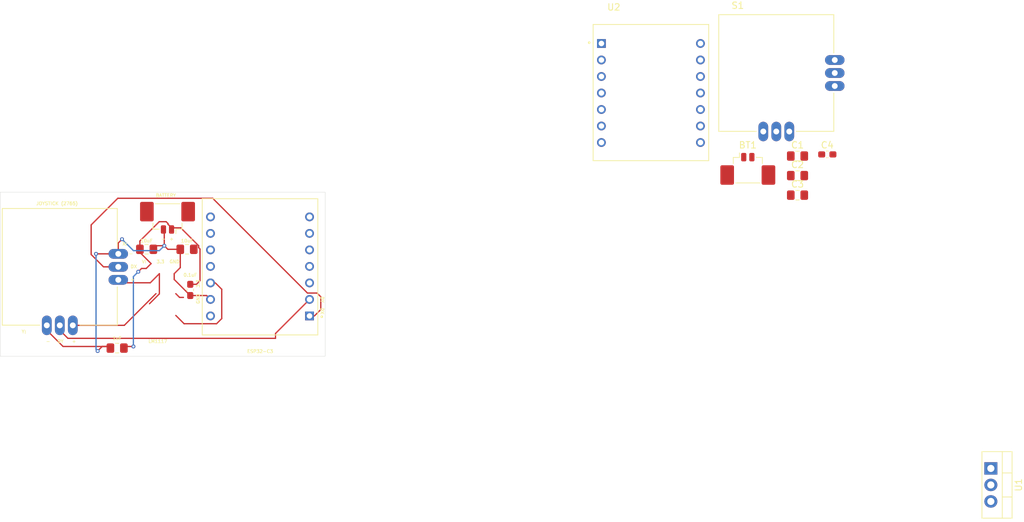
<source format=kicad_pcb>
(kicad_pcb (version 20240108) (generator "pcbnew") (generator_version "8.0")
  (layers (0 "F.Cu" signal) (31 "B.Cu" signal) (34 "B.Paste" user) (35 "F.Paste" user) (36 "B.SilkS" user "B.Silkscreen") (37 "F.SilkS" user "F.Silkscreen") (38 "B.Mask" user) (39 "F.Mask" user) (44 "Edge.Cuts" user))
  (net 0 "")
  (net 1 "/PWR")
  (net 2 "GND")
  (net 3 "/3.3V")
  (net 14 "/Y")
  (net 15 "/X")
  (footprint "Capacitor_SMD:C_0805_2012Metric_Pad1.18x1.45mm_HandSolder" (layer "F.Cu") (at 55.5 76.5 180)
    (property "Reference" "1uF" (at 0 1.5 180) (layer "F.SilkS") (effects (font (size 0.5 0.5) (thickness 0.1) (bold yes))))
    (property "Value" "1uF")
    (fp_line (start -0.261252 0.735) (end 0.261252 0.735) (stroke (width 0.12)) (layer "F.SilkS"))
    (fp_line (start -0.261252 -0.735) (end 0.261252 -0.735) (stroke (width 0.12)) (layer "F.SilkS"))
    (pad "1" smd roundrect (at -1.0375 0 180) (size 1.175 1.45) (layers "F.Cu" "F.Paste" "F.Mask") (roundrect_rratio 0.212766) (net 1 "/PWR"))
    (pad "2" smd roundrect (at 1.0375 0 180) (size 1.175 1.45) (layers "F.Cu" "F.Paste" "F.Mask") (roundrect_rratio 0.212766) (net 2 "GND"))
  )
  (footprint "2765:SW_2765" (layer "F.Cu") (at 156.915 34.174)
    (property "Reference" "S1" (at -5.925 -10.385 0) (layer "F.SilkS"))
    (property "Value" "2765")
    (fp_line (start -8.85 -8.975) (end 8.85 -8.975) (stroke (width 0.127)) (layer "F.SilkS"))
    (fp_line (start -8.85 8.975) (end -8.85 -8.975) (stroke (width 0.127)) (layer "F.SilkS"))
    (fp_line (start -3.07 8.975) (end -8.85 8.975) (stroke (width 0.127)) (layer "F.SilkS"))
    (fp_line (start 8.85 -8.975) (end 8.85 -3.07) (stroke (width 0.127)) (layer "F.SilkS"))
    (fp_line (start 8.85 8.975) (end 3.07 8.975) (stroke (width 0.127)) (layer "F.SilkS"))
    (fp_line (start 8.85 8.975) (end 8.85 3.07) (stroke (width 0.127)) (layer "F.SilkS"))
    (pad "" np_thru_hole circle (at -6 6) (size 1.6 1.6) (drill 1.6) (layers "*.Cu" "*.Mask"))
    (pad "" np_thru_hole circle (at 6 -6) (size 1.6 1.6) (drill 1.6) (layers "*.Cu" "*.Mask"))
    (pad "X" thru_hole oval (at 9 0) (size 3 1.5) (drill 0.9) (layers "*.Cu" "*.Mask") (net 15 "/X"))
    (pad "X+" thru_hole oval (at 9 2) (size 3 1.5) (drill 0.9) (layers "*.Cu" "*.Mask") (net 3 "/3.3V"))
    (pad "X-" thru_hole oval (at 9 -2) (size 3 1.5) (drill 0.9) (layers "*.Cu" "*.Mask") (net 2 "GND"))
    (pad "Y" thru_hole oval (at 0 9) (size 1.5 3) (drill 0.9) (layers "*.Cu" "*.Mask") (net 14 "/Y"))
    (pad "Y+" thru_hole oval (at 2 9) (size 1.5 3) (drill 0.9) (layers "*.Cu" "*.Mask") (net 3 "/3.3V"))
    (pad "Y-" thru_hole oval (at -2 9) (size 1.5 3) (drill 0.9) (layers "*.Cu" "*.Mask") (net 2 "GND"))
  )
  (footprint "Connector_Molex:Molex_PicoBlade_53398-0271_1x02-1MP_P1.25mm_Vertical" (layer "F.Cu") (at 152.535 48.369)
    (property "Reference" "BT1" (at 0 -3.1 0) (layer "F.SilkS"))
    (property "Value" "BATTERY")
    (fp_line (start -2.235 -1.21) (end -1.285 -1.21) (stroke (width 0.12)) (layer "F.SilkS"))
    (fp_line (start -2.235 -0.26) (end -2.235 -1.21) (stroke (width 0.12)) (layer "F.SilkS"))
    (fp_line (start -1.865 2.71) (end 1.865 2.71) (stroke (width 0.12)) (layer "F.SilkS"))
    (fp_line (start -1.285 -1.21) (end -1.285 -1.9) (stroke (width 0.12)) (layer "F.SilkS"))
    (fp_line (start 2.235 -1.21) (end 1.285 -1.21) (stroke (width 0.12)) (layer "F.SilkS"))
    (fp_line (start 2.235 -0.26) (end 2.235 -1.21) (stroke (width 0.12)) (layer "F.SilkS"))
    (pad "1" smd roundrect (at -0.625 -1.25) (size 0.8 1.3) (layers "F.Cu" "F.Paste" "F.Mask") (net 1 "/PWR"))
    (pad "2" smd roundrect (at 0.625 -1.25) (size 0.8 1.3) (layers "F.Cu" "F.Paste" "F.Mask") (net 2 "GND"))
    (pad "MP" smd roundrect (at -3.175 1.5) (size 2.1 3) (layers "F.Cu" "F.Paste" "F.Mask") (roundrect_rratio 0.119048))
    (pad "MP" smd roundrect (at 3.175 1.5) (size 2.1 3) (layers "F.Cu" "F.Paste" "F.Mask") (roundrect_rratio 0.119048))
  )
  (footprint "Package_TO_SOT_THT:TO-220-3_Vertical" (layer "F.Cu") (at 189.93 95.014 -90)
    (property "Reference" "U1" (at 2.54 -4.27 -90) (layer "F.SilkS"))
    (property "Value" "LM1117DT-3.3")
    (fp_line (start -2.58 1.371) (end 7.66 1.371) (stroke (width 0.12)) (layer "F.SilkS"))
    (fp_line (start -2.58 -1.76) (end 7.66 -1.76) (stroke (width 0.12)) (layer "F.SilkS"))
    (fp_line (start -2.58 -3.27) (end -2.58 1.371) (stroke (width 0.12)) (layer "F.SilkS"))
    (fp_line (start -2.58 -3.27) (end 7.66 -3.27) (stroke (width 0.12)) (layer "F.SilkS"))
    (fp_line (start 0.69 -3.27) (end 0.69 -1.76) (stroke (width 0.12)) (layer "F.SilkS"))
    (fp_line (start 4.391 -3.27) (end 4.391 -1.76) (stroke (width 0.12)) (layer "F.SilkS"))
    (fp_line (start 7.66 -3.27) (end 7.66 1.371) (stroke (width 0.12)) (layer "F.SilkS"))
    (pad "1" thru_hole rect (at 0 0 270) (size 1.905 2) (drill 1.1) (layers "*.Cu" "*.Mask") (net 2 "GND"))
    (pad "2" thru_hole oval (at 2.54 0 270) (size 1.905 2) (drill 1.1) (layers "*.Cu" "*.Mask") (net 3 "/3.3V"))
    (pad "3" thru_hole oval (at 5.08 0 270) (size 1.905 2) (drill 1.1) (layers "*.Cu" "*.Mask") (net 1 "/PWR"))
  )
  (footprint "Connector_Molex:Molex_PicoBlade_53398-0271_1x02-1MP_P1.25mm_Vertical" (layer "F.Cu") (at 63.25 57 180)
    (property "Reference" "BATTERY" (at 0.25 4 180) (layer "F.SilkS") (effects (font (size 0.5 0.5) (thickness 0.1) (bold yes))))
    (property "Value" "BATTERY")
    (fp_line (start 2.235 -0.26) (end 2.235 -1.21) (stroke (width 0.12)) (layer "F.SilkS"))
    (fp_line (start 2.235 -1.21) (end 1.285 -1.21) (stroke (width 0.12)) (layer "F.SilkS"))
    (fp_line (start -1.285 -1.21) (end -1.285 -1.9) (stroke (width 0.12)) (layer "F.SilkS"))
    (fp_line (start -1.865 2.71) (end 1.865 2.71) (stroke (width 0.12)) (layer "F.SilkS"))
    (fp_line (start -2.235 -0.26) (end -2.235 -1.21) (stroke (width 0.12)) (layer "F.SilkS"))
    (fp_line (start -2.235 -1.21) (end -1.285 -1.21) (stroke (width 0.12)) (layer "F.SilkS"))
    (pad "1" smd roundrect (at -0.625 -1.25 180) (size 0.8 1.3) (layers "F.Cu" "F.Paste" "F.Mask") (net 1 "/PWR"))
    (pad "2" smd roundrect (at 0.625 -1.25 180) (size 0.8 1.3) (layers "F.Cu" "F.Paste" "F.Mask") (net 2 "GND"))
    (pad "MP" smd roundrect (at -3.175 1.5 180) (size 2.1 3) (layers "F.Cu" "F.Paste" "F.Mask") (roundrect_rratio 0.119048))
    (pad "MP" smd roundrect (at 3.175 1.5 180) (size 2.1 3) (layers "F.Cu" "F.Paste" "F.Mask") (roundrect_rratio 0.119048))
  )
  (footprint "Capacitor_SMD:C_0805_2012Metric_Pad1.18x1.45mm_HandSolder" (layer "F.Cu") (at 160.185 49.959)
    (property "Reference" "C2" (at 0 -1.68 0) (layer "F.SilkS"))
    (property "Value" "10uF")
    (fp_line (start -0.261252 -0.735) (end 0.261252 -0.735) (stroke (width 0.12)) (layer "F.SilkS"))
    (fp_line (start -0.261252 0.735) (end 0.261252 0.735) (stroke (width 0.12)) (layer "F.SilkS"))
    (pad "1" smd roundrect (at -1.0375 0) (size 1.175 1.45) (layers "F.Cu" "F.Paste" "F.Mask") (roundrect_rratio 0.212766) (net 1 "/PWR"))
    (pad "2" smd roundrect (at 1.0375 0) (size 1.175 1.45) (layers "F.Cu" "F.Paste" "F.Mask") (roundrect_rratio 0.212766) (net 2 "GND"))
  )
  (footprint "Capacitor_SMD:C_0805_2012Metric_Pad1.18x1.45mm_HandSolder" (layer "F.Cu") (at 160.185 46.949)
    (property "Reference" "C1" (at 0 -1.68 0) (layer "F.SilkS"))
    (property "Value" "10uF")
    (fp_line (start -0.261252 -0.735) (end 0.261252 -0.735) (stroke (width 0.12)) (layer "F.SilkS"))
    (fp_line (start -0.261252 0.735) (end 0.261252 0.735) (stroke (width 0.12)) (layer "F.SilkS"))
    (pad "1" smd roundrect (at -1.0375 0) (size 1.175 1.45) (layers "F.Cu" "F.Paste" "F.Mask") (roundrect_rratio 0.212766) (net 1 "/PWR"))
    (pad "2" smd roundrect (at 1.0375 0) (size 1.175 1.45) (layers "F.Cu" "F.Paste" "F.Mask") (roundrect_rratio 0.212766) (net 2 "GND"))
  )
  (footprint "Capacitor_SMD:C_0805_2012Metric_Pad1.18x1.45mm_HandSolder" (layer "F.Cu") (at 60.0375 61.3)
    (property "Reference" "10uF" (at 0 -1.3 0) (layer "F.SilkS") (effects (font (size 0.5 0.5) (thickness 0.1) (bold yes))))
    (property "Value" "10uF")
    (fp_line (start -0.261252 -0.735) (end 0.261252 -0.735) (stroke (width 0.12)) (layer "F.SilkS"))
    (fp_line (start -0.261252 0.735) (end 0.261252 0.735) (stroke (width 0.12)) (layer "F.SilkS"))
    (pad "1" smd roundrect (at -1.0375 0) (size 1.175 1.45) (layers "F.Cu" "F.Paste" "F.Mask") (roundrect_rratio 0.212766) (net 1 "/PWR"))
    (pad "2" smd roundrect (at 1.0375 0) (size 1.175 1.45) (layers "F.Cu" "F.Paste" "F.Mask") (roundrect_rratio 0.212766) (net 2 "GND"))
  )
  (footprint "Capacitor_SMD:C_0603_1608Metric_Pad1.08x0.95mm_HandSolder" (layer "F.Cu") (at 66.75 67.55 -90)
    (property "Reference" "0.1uF" (at -2.3 0 180) (layer "F.SilkS") (effects (font (size 0.5 0.5) (thickness 0.1) (bold yes))))
    (property "Value" "0.1uF")
    (fp_line (start -0.146267 0.51) (end 0.146267 0.51) (stroke (width 0.12)) (layer "F.SilkS"))
    (fp_line (start -0.146267 -0.51) (end 0.146267 -0.51) (stroke (width 0.12)) (layer "F.SilkS"))
    (pad "1" smd roundrect (at -0.8625 0 270) (size 1.075 0.95) (layers "F.Cu" "F.Paste" "F.Mask") (net 1 "/PWR"))
    (pad "2" smd roundrect (at 0.8625 0 270) (size 1.075 0.95) (layers "F.Cu" "F.Paste" "F.Mask") (net 2 "GND"))
  )
  (footprint "Capacitor_SMD:C_0603_1608Metric_Pad1.08x0.95mm_HandSolder" (layer "F.Cu") (at 164.765 46.699)
    (property "Reference" "C4" (at 0 -1.43 0) (layer "F.SilkS"))
    (property "Value" "0.1uF")
    (fp_line (start -0.146267 -0.51) (end 0.146267 -0.51) (stroke (width 0.12)) (layer "F.SilkS"))
    (fp_line (start -0.146267 0.51) (end 0.146267 0.51) (stroke (width 0.12)) (layer "F.SilkS"))
    (pad "1" smd roundrect (at -0.8625 0) (size 1.075 0.95) (layers "F.Cu" "F.Paste" "F.Mask") (net 1 "/PWR"))
    (pad "2" smd roundrect (at 0.8625 0) (size 1.075 0.95) (layers "F.Cu" "F.Paste" "F.Mask") (net 2 "GND"))
  )
  (footprint "113991054:MODULE_113991054" (layer "F.Cu") (at 77.4825 63.995 180)
    (property "Reference" "ESP32-C3" (at -0.0175 -13.005 180) (layer "F.SilkS") (effects (font (size 0.5 0.5) (thickness 0.1) (bold yes))))
    (property "Value" "113991054")
    (fp_line (start 8.89 10.4775) (end -8.89 10.4775) (stroke (width 0.127)) (layer "F.SilkS"))
    (fp_line (start 8.89 -10.4775) (end 8.89 10.4775) (stroke (width 0.127)) (layer "F.SilkS"))
    (fp_line (start -8.89 10.4775) (end -8.89 -10.4775) (stroke (width 0.127)) (layer "F.SilkS"))
    (fp_line (start -8.89 -10.4775) (end 8.89 -10.4775) (stroke (width 0.127)) (layer "F.SilkS"))
    (fp_circle (center -9.5 -7.6835) (end -9.4 -7.6835) (stroke (width 0.2)) (fill none) (layer "F.SilkS"))
    (pad "1" thru_hole rect (at -7.62 -7.5565 180) (size 1.358 1.358) (drill 0.85) (layers "*.Cu" "*.Mask") (net 15 "/X"))
    (pad "2" thru_hole circle (at -7.62 -5.0165 180) (size 1.358 1.358) (drill 0.85) (layers "*.Cu" "*.Mask") (net 14 "/Y"))
    (pad "3" thru_hole circle (at -7.62 -2.4765 180) (size 1.358 1.358) (drill 0.85) (layers "*.Cu" "*.Mask"))
    (pad "4" thru_hole circle (at -7.62 0.0635 180) (size 1.358 1.358) (drill 0.85) (layers "*.Cu" "*.Mask"))
    (pad "5" thru_hole circle (at -7.62 2.6035 180) (size 1.358 1.358) (drill 0.85) (layers "*.Cu" "*.Mask"))
    (pad "6" thru_hole circle (at -7.62 5.1435 180) (size 1.358 1.358) (drill 0.85) (layers "*.Cu" "*.Mask"))
    (pad "7" thru_hole circle (at -7.62 7.6835 180) (size 1.358 1.358) (drill 0.85) (layers "*.Cu" "*.Mask"))
    (pad "8" thru_hole circle (at 7.62 7.6835 180) (size 1.358 1.358) (drill 0.85) (layers "*.Cu" "*.Mask"))
    (pad "9" thru_hole circle (at 7.62 5.1435 180) (size 1.358 1.358) (drill 0.85) (layers "*.Cu" "*.Mask"))
    (pad "10" thru_hole circle (at 7.62 2.6035 180) (size 1.358 1.358) (drill 0.85) (layers "*.Cu" "*.Mask"))
    (pad "11" thru_hole circle (at 7.62 0.0635 180) (size 1.358 1.358) (drill 0.85) (layers "*.Cu" "*.Mask"))
    (pad "12" thru_hole circle (at 7.62 -2.4765 180) (size 1.358 1.358) (drill 0.85) (layers "*.Cu" "*.Mask") (net 3 "/3.3V"))
    (pad "13" thru_hole circle (at 7.62 -5.0165 180) (size 1.358 1.358) (drill 0.85) (layers "*.Cu" "*.Mask") (net 2 "GND"))
    (pad "14" thru_hole circle (at 7.62 -7.5565 180) (size 1.358 1.358) (drill 0.85) (layers "*.Cu" "*.Mask"))
  )
  (footprint "113991054:MODULE_113991054" (layer "F.Cu") (at 137.63 37.1865)
    (property "Reference" "U2" (at -5.715 -13.135 0) (layer "F.SilkS"))
    (property "Value" "113991054")
    (fp_line (start -8.89 -10.4775) (end 8.89 -10.4775) (stroke (width 0.127)) (layer "F.SilkS"))
    (fp_line (start -8.89 10.4775) (end -8.89 -10.4775) (stroke (width 0.127)) (layer "F.SilkS"))
    (fp_line (start 8.89 -10.4775) (end 8.89 10.4775) (stroke (width 0.127)) (layer "F.SilkS"))
    (fp_line (start 8.89 10.4775) (end -8.89 10.4775) (stroke (width 0.127)) (layer "F.SilkS"))
    (fp_circle (center -9.5 -7.6835) (end -9.4 -7.6835) (stroke (width 0.2)) (fill none) (layer "F.SilkS"))
    (pad "1" thru_hole rect (at -7.62 -7.5565) (size 1.358 1.358) (drill 0.85) (layers "*.Cu" "*.Mask") (net 15 "/X"))
    (pad "2" thru_hole circle (at -7.62 -5.0165) (size 1.358 1.358) (drill 0.85) (layers "*.Cu" "*.Mask") (net 14 "/Y"))
    (pad "3" thru_hole circle (at -7.62 -2.4765) (size 1.358 1.358) (drill 0.85) (layers "*.Cu" "*.Mask"))
    (pad "4" thru_hole circle (at -7.62 0.0635) (size 1.358 1.358) (drill 0.85) (layers "*.Cu" "*.Mask"))
    (pad "5" thru_hole circle (at -7.62 2.6035) (size 1.358 1.358) (drill 0.85) (layers "*.Cu" "*.Mask"))
    (pad "6" thru_hole circle (at -7.62 5.1435) (size 1.358 1.358) (drill 0.85) (layers "*.Cu" "*.Mask"))
    (pad "7" thru_hole circle (at -7.62 7.6835) (size 1.358 1.358) (drill 0.85) (layers "*.Cu" "*.Mask"))
    (pad "8" thru_hole circle (at 7.62 7.6835) (size 1.358 1.358) (drill 0.85) (layers "*.Cu" "*.Mask"))
    (pad "9" thru_hole circle (at 7.62 5.1435) (size 1.358 1.358) (drill 0.85) (layers "*.Cu" "*.Mask"))
    (pad "10" thru_hole circle (at 7.62 2.6035) (size 1.358 1.358) (drill 0.85) (layers "*.Cu" "*.Mask"))
    (pad "11" thru_hole circle (at 7.62 0.0635) (size 1.358 1.358) (drill 0.85) (layers "*.Cu" "*.Mask"))
    (pad "12" thru_hole circle (at 7.62 -2.4765) (size 1.358 1.358) (drill 0.85) (layers "*.Cu" "*.Mask") (net 3 "/3.3V"))
    (pad "13" thru_hole circle (at 7.62 -5.0165) (size 1.358 1.358) (drill 0.85) (layers "*.Cu" "*.Mask") (net 2 "GND"))
    (pad "14" thru_hole circle (at 7.62 -7.5565) (size 1.358 1.358) (drill 0.85) (layers "*.Cu" "*.Mask"))
  )
  (footprint "2765:SW_2765" (layer "F.Cu") (at 46.675 64)
    (property "Reference" "JOYSTICK (2765)" (at -0.425 -9.75 0) (layer "F.SilkS") (effects (font (size 0.5 0.5) (thickness 0.1) (bold yes))))
    (property "Value" "2765")
    (fp_line (start -8.85 -8.975) (end 8.85 -8.975) (stroke (width 0.127)) (layer "F.SilkS"))
    (fp_line (start -8.85 8.975) (end -8.85 -8.975) (stroke (width 0.127)) (layer "F.SilkS"))
    (fp_line (start -3.07 8.975) (end -8.85 8.975) (stroke (width 0.127)) (layer "F.SilkS"))
    (fp_line (start 8.85 -8.975) (end 8.85 -3.07) (stroke (width 0.127)) (layer "F.SilkS"))
    (fp_line (start 8.85 8.975) (end 3.07 8.975) (stroke (width 0.127)) (layer "F.SilkS"))
    (fp_line (start 8.85 8.975) (end 8.85 3.07) (stroke (width 0.127)) (layer "F.SilkS"))
    (pad "" np_thru_hole circle (at -6 6) (size 1.6 1.6) (drill 1.6) (layers "*.Cu" "*.Mask"))
    (pad "" np_thru_hole circle (at 6 -6) (size 1.6 1.6) (drill 1.6) (layers "*.Cu" "*.Mask"))
    (pad "X" thru_hole oval (at 9 0) (size 3 1.5) (drill 0.9) (layers "*.Cu" "*.Mask") (net 15 "/X"))
    (pad "X+" thru_hole oval (at 9 2) (size 3 1.5) (drill 0.9) (layers "*.Cu" "*.Mask") (net 3 "/3.3V"))
    (pad "X-" thru_hole oval (at 9 -2) (size 3 1.5) (drill 0.9) (layers "*.Cu" "*.Mask") (net 2 "GND"))
    (pad "Y" thru_hole oval (at 0 9) (size 1.5 3) (drill 0.9) (layers "*.Cu" "*.Mask") (net 14 "/Y"))
    (pad "Y+" thru_hole oval (at 2 9) (size 1.5 3) (drill 0.9) (layers "*.Cu" "*.Mask") (net 3 "/3.3V"))
    (pad "Y-" thru_hole oval (at -2 9) (size 1.5 3) (drill 0.9) (layers "*.Cu" "*.Mask") (net 2 "GND"))
  )
  (footprint "Capacitor_SMD:C_0805_2012Metric_Pad1.18x1.45mm_HandSolder" (layer "F.Cu") (at 160.185 52.969)
    (property "Reference" "C3" (at 0 -1.68 0) (layer "F.SilkS"))
    (property "Value" "1uF")
    (fp_line (start -0.261252 -0.735) (end 0.261252 -0.735) (stroke (width 0.12)) (layer "F.SilkS"))
    (fp_line (start -0.261252 0.735) (end 0.261252 0.735) (stroke (width 0.12)) (layer "F.SilkS"))
    (pad "1" smd roundrect (at -1.0375 0) (size 1.175 1.45) (layers "F.Cu" "F.Paste" "F.Mask") (roundrect_rratio 0.212766) (net 1 "/PWR"))
    (pad "2" smd roundrect (at 1.0375 0) (size 1.175 1.45) (layers "F.Cu" "F.Paste" "F.Mask") (roundrect_rratio 0.212766) (net 2 "GND"))
  )
  (footprint "Capacitor_SMD:C_0805_2012Metric_Pad1.18x1.45mm_HandSolder" (layer "F.Cu") (at 66.25 61.3 180)
    (property "Reference" "10uF" (at 0 1.3 180) (layer "F.SilkS") (effects (font (size 0.5 0.5) (thickness 0.1) (bold yes))))
    (property "Value" "10uF")
    (fp_line (start -0.261252 0.735) (end 0.261252 0.735) (stroke (width 0.12)) (layer "F.SilkS"))
    (fp_line (start -0.261252 -0.735) (end 0.261252 -0.735) (stroke (width 0.12)) (layer "F.SilkS"))
    (pad "1" smd roundrect (at -1.0375 0 180) (size 1.175 1.45) (layers "F.Cu" "F.Paste" "F.Mask") (roundrect_rratio 0.212766) (net 1 "/PWR"))
    (pad "2" smd roundrect (at 1.0375 0 180) (size 1.175 1.45) (layers "F.Cu" "F.Paste" "F.Mask") (roundrect_rratio 0.212766) (net 2 "GND"))
  )
  (gr_rect (start 37.5 52.5) (end 87.5 77.75) (stroke (width 0.05)) (fill none) (layer "Edge.Cuts"))
  (gr_text "+" (at 48.5 75.75 0) (layer "F.SilkS") (effects (font (size 0.5 0.5) (thickness 0.1)) (justify left bottom)))
  (gr_text "DX" (at 86.75 70.25 -90) (layer "F.SilkS") (effects (font (size 0.5 0.5) (thickness 0.1)) (justify left bottom)))
  (gr_text "DY" (at 86.75 68.5 -90) (layer "F.SilkS") (effects (font (size 0.5 0.5) (thickness 0.1)) (justify left bottom)))
  (gr_text "-\n" (at 57.25 62.25 0) (layer "F.SilkS") (effects (font (size 0.5 0.5) (thickness 0.1)) (justify left bottom)))
  (gr_text "GND" (at 63.5 63.5 0) (layer "F.SilkS") (effects (font (size 0.5 0.5) (thickness 0.1)) (justify left bottom)))
  (gr_text "Y:" (at 40.75 74.25 0) (layer "F.SilkS") (effects (font (size 0.5 0.5) (thickness 0.1)) (justify left bottom)))
  (gr_text "+\n" (at 63.5 60 0) (layer "F.SilkS") (effects (font (size 0.5 0.5) (thickness 0.1)) (justify left bottom)))
  (gr_text "LM1117" (at 60.25 75.75 0) (layer "F.SilkS") (effects (font (size 0.5 0.5) (thickness 0.1)) (justify left bottom)))
  (gr_text "+" (at 57.5 66.25 0) (layer "F.SilkS") (effects (font (size 0.5 0.5) (thickness 0.1)) (justify left bottom)))
  (gr_text "DX" (at 57.5 64.25 0) (layer "F.SilkS") (effects (font (size 0.5 0.5) (thickness 0.1)) (justify left bottom)))
  (gr_text "-" (at 62.25 60 0) (layer "F.SilkS") (effects (font (size 0.5 0.5) (thickness 0.1)) (justify left bottom)))
  (gr_text "X:\n" (at 56.25 60.75 0) (layer "F.SilkS") (effects (font (size 0.5 0.5) (thickness 0.1)) (justify left bottom)))
  (gr_text "-\n" (at 44.5 75.75 0) (layer "F.SilkS") (effects (font (size 0.5 0.5) (thickness 0.1)) (justify left bottom)))
  (gr_text "VI" (at 59.25 63.5 0) (layer "F.SilkS") (effects (font (size 0.5 0.5) (thickness 0.1)) (justify left bottom)))
  (gr_text "3.3" (at 68.25 67.25 90) (layer "F.SilkS") (effects (font (size 0.5 0.5) (thickness 0.1)) (justify left bottom)))
  (gr_text "3.3" (at 61.5 63.5 0) (layer "F.SilkS") (effects (font (size 0.5 0.5) (thickness 0.1)) (justify left bottom)))
  (gr_text "DY" (at 46.25 75.75 0) (layer "F.SilkS") (effects (font (size 0.5 0.5) (thickness 0.1)) (justify left bottom)))
  (gr_text "GND" (at 68.25 69.75 90) (layer "F.SilkS") (effects (font (size 0.5 0.5) (thickness 0.1)) (justify left bottom)))
  (segment (start 61.975 57.05) (end 63.037648 57.05) (width 0.2) (layer "F.Cu") (net 1))
  (segment (start 63.325 57.337352) (end 63.325 57.45) (width 0.2) (layer "F.Cu") (net 1))
  (segment (start 63.037648 57.05) (end 63.325 57.337352) (width 0.2) (layer "F.Cu") (net 1))
  (segment (start 59 60.025) (end 61.975 57.05) (width 0.2) (layer "F.Cu") (net 1))
  (segment (start 63.875 58) (end 65.2875 58) (width 0.2) (layer "F.Cu") (net 1))
  (segment (start 60.72 63.5) (end 59 61.78) (width 0.2) (layer "F.Cu") (net 1))
  (segment (start 63.325 57.45) (end 63.875 58) (width 0.2) (layer "F.Cu") (net 1))
  (segment (start 68.0375 61.0375) (end 68.25 61.25) (width 0.2) (layer "F.Cu") (net 1))
  (segment (start 58.75 64.75) (end 59.25 64.25) (width 0.2) (layer "F.Cu") (net 1))
  (segment (start 65.2875 58) (end 68.0375 60.75) (width 0.2) (layer "F.Cu") (net 1))
  (segment (start 59.25 64.25) (end 59.97 64.25) (width 0.2) (layer "F.Cu") (net 1))
  (segment (start 67.7 66.6875) (end 66.75 66.6875) (width 0.2) (layer "F.Cu") (net 1))
  (segment (start 68.0375 60.75) (end 68.0375 61.0375) (width 0.2) (layer "F.Cu") (net 1))
  (segment (start 68.25 61.25) (end 68.25 66.1375) (width 0.2) (layer "F.Cu") (net 1))
  (segment (start 59 61.78) (end 59 60.025) (width 0.2) (layer "F.Cu") (net 1))
  (segment (start 56.5375 76.25) (end 58 76.25) (width 0.2) (layer "F.Cu") (net 1))
  (segment (start 59.97 64.25) (end 60.72 63.5) (width 0.2) (layer "F.Cu") (net 1))
  (segment (start 68.25 66.1375) (end 67.7 66.6875) (width 0.2) (layer "F.Cu") (net 1))
  (via (at 58 76.25) (size 0.6) (drill 0.3) (layers "F.Cu" "B.Cu") (net 1))
  (via (at 58.75 64.75) (size 0.6) (drill 0.3) (layers "F.Cu" "B.Cu") (net 1))
  (segment (start 58 65.5) (end 58 76.25) (width 0.2) (layer "B.Cu") (net 1))
  (segment (start 58.75 64.75) (end 58 65.5) (width 0.2) (layer "B.Cu") (net 1))
  (segment (start 55.675 62) (end 52.25 62) (width 0.2) (layer "F.Cu") (net 2))
  (segment (start 64.28 65.9425) (end 66.75 68.4125) (width 0.2) (layer "F.Cu") (net 2))
  (segment (start 55.675 60.325) (end 55.675 62) (width 0.2) (layer "F.Cu") (net 2))
  (segment (start 61.075 60.75) (end 62.75 60.75) (width 0.2) (layer "F.Cu") (net 2))
  (segment (start 69.2635 68.4125) (end 69.8625 69.0115) (width 0.2) (layer "F.Cu") (net 2))
  (segment (start 44.675 73.75) (end 47.175 76.25) (width 0.2) (layer "F.Cu") (net 2))
  (segment (start 62.75 60.75) (end 63.3 61.3) (width 0.2) (layer "F.Cu") (net 2))
  (segment (start 52.5 76.95) (end 53.2 76.25) (width 0.2) (layer "F.Cu") (net 2))
  (segment (start 62.75 58) (end 62.75 60.75) (width 0.2) (layer "F.Cu") (net 2))
  (segment (start 53.2 76.25) (end 54.4625 76.25) (width 0.2) (layer "F.Cu") (net 2))
  (segment (start 65.2125 61.3) (end 65.2125 64.1175) (width 0.2) (layer "F.Cu") (net 2))
  (segment (start 66.75 68.4125) (end 69.2635 68.4125) (width 0.2) (layer "F.Cu") (net 2))
  (segment (start 65.2125 64.1175) (end 64.28 65.05) (width 0.2) (layer "F.Cu") (net 2))
  (segment (start 47.175 76.25) (end 54.4625 76.25) (width 0.2) (layer "F.Cu") (net 2))
  (segment (start 63.3 61.3) (end 65.2125 61.3) (width 0.2) (layer "F.Cu") (net 2))
  (segment (start 64.28 65.05) (end 64.28 65.9425) (width 0.2) (layer "F.Cu") (net 2))
  (segment (start 56.25 59.75) (end 55.675 60.325) (width 0.2) (layer "F.Cu") (net 2))
  (segment (start 44.675 73) (end 44.675 73.75) (width 0.2) (layer "F.Cu") (net 2))
  (via (at 52.25 62) (size 0.6) (drill 0.3) (layers "F.Cu" "B.Cu") (net 2))
  (via (at 56.25 59.75) (size 0.6) (drill 0.3) (layers "F.Cu" "B.Cu") (net 2))
  (via (at 52.5 76.95) (size 0.6) (drill 0.3) (layers "F.Cu" "B.Cu") (net 2))
  (via (at 62.75 60.75) (size 0.6) (drill 0.3) (layers "F.Cu" "B.Cu") (net 2))
  (segment (start 44.675 73) (end 44.675 73.75) (width 0.2) (layer "B.Cu") (net 2))
  (segment (start 62.75 60.75) (end 62 61.5) (width 0.2) (layer "B.Cu") (net 2))
  (segment (start 52.25 62) (end 52.25 76.7) (width 0.2) (layer "B.Cu") (net 2))
  (segment (start 52.25 76.7) (end 52.5 76.95) (width 0.2) (layer "B.Cu") (net 2))
  (segment (start 62 61.5) (end 58 61.5) (width 0.2) (layer "B.Cu") (net 2))
  (segment (start 58 61.5) (end 56.25 59.75) (width 0.2) (layer "B.Cu") (net 2))
  (segment (start 56.125 66.45) (end 60.6 66.45) (width 0.2) (layer "F.Cu") (net 3))
  (segment (start 48.675 73) (end 56.6 73) (width 0.2) (layer "F.Cu") (net 3))
  (segment (start 71.5915 71.957016) (end 70.798516 72.75) (width 0.2) (layer "F.Cu") (net 3))
  (segment (start 70.6125 66.4715) (end 71.5915 67.4505) (width 0.2) (layer "F.Cu") (net 3))
  (segment (start 55.675 66) (end 56.125 66.45) (width 0.2) (layer "F.Cu") (net 3))
  (segment (start 65.8 72.75) (end 64.525 71.475) (width 0.2) (layer "F.Cu") (net 3))
  (segment (start 71.5915 67.4505) (end 71.5915 71.957016) (width 0.2) (layer "F.Cu") (net 3))
  (segment (start 65.7 68.7) (end 65.1 68.7) (width 0.2) (layer "F.Cu") (net 3))
  (segment (start 70.798516 72.75) (end 65.8 72.75) (width 0.2) (layer "F.Cu") (net 3))
  (segment (start 62 65.05) (end 62 68.15) (width 0.2) (layer "F.Cu") (net 3))
  (segment (start 65.1 68.7) (end 64.525 68.125) (width 0.2) (layer "F.Cu") (net 3))
  (segment (start 60.6 66.45) (end 62 65.05) (width 0.2) (layer "F.Cu") (net 3))
  (segment (start 56.6 73) (end 61.475 68.125) (width 0.2) (layer "F.Cu") (net 3))
  (segment (start 62 68.15) (end 60.475 69.675) (width 0.2) (layer "F.Cu") (net 3))
  (segment (start 46.675 73) (end 46.675 73.75) (width 0.2) (layer "F.Cu") (net 14))
  (segment (start 46.675 73.75) (end 47.925 75) (width 0.2) (layer "F.Cu") (net 14))
  (segment (start 85.1025 69.0115) (end 79.864 74.25) (width 0.2) (layer "F.Cu") (net 14))
  (segment (start 47.925 75) (end 79.864 75) (width 0.2) (layer "F.Cu") (net 14))
  (segment (start 79.864 74.25) (end 79.864 75) (width 0.2) (layer "F.Cu") (net 14))
  (segment (start 86.8315 70.5725) (end 85.8525 71.5515) (width 0.2) (layer "F.Cu") (net 15))
  (segment (start 51.5 62.098529) (end 51.5 57.548654) (width 0.2) (layer "F.Cu") (net 15))
  (segment (start 51.5 57.548654) (end 55.598654 53.45) (width 0.2) (layer "F.Cu") (net 15))
  (segment (start 55.598654 53.45) (end 70.2 53.45) (width 0.2) (layer "F.Cu") (net 15))
  (segment (start 86.258016 68.0325) (end 86.8315 68.605984) (width 0.2) (layer "F.Cu") (net 15))
  (segment (start 70.2 53.45) (end 84.7825 68.0325) (width 0.2) (layer "F.Cu") (net 15))
  (segment (start 84.7825 68.0325) (end 86.258016 68.0325) (width 0.2) (layer "F.Cu") (net 15))
  (segment (start 55.675 64) (end 53.401471 64) (width 0.2) (layer "F.Cu") (net 15))
  (segment (start 53.401471 64) (end 51.5 62.098529) (width 0.2) (layer "F.Cu") (net 15))
  (segment (start 86.8315 68.605984) (end 86.8315 70.5725) (width 0.2) (layer "F.Cu") (net 15))
)
</source>
